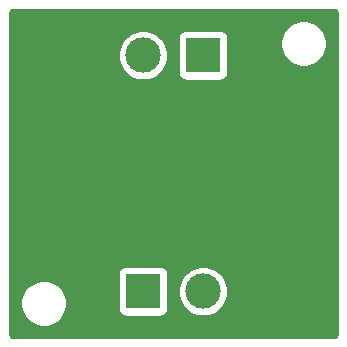
<source format=gbr>
G04 #@! TF.GenerationSoftware,KiCad,Pcbnew,5.1.4-e60b266~84~ubuntu18.04.1*
G04 #@! TF.CreationDate,2019-08-12T18:19:12+05:30*
G04 #@! TF.ProjectId,XHP70.2_breakout,58485037-302e-4325-9f62-7265616b6f75,rev?*
G04 #@! TF.SameCoordinates,Original*
G04 #@! TF.FileFunction,Copper,L2,Bot*
G04 #@! TF.FilePolarity,Positive*
%FSLAX46Y46*%
G04 Gerber Fmt 4.6, Leading zero omitted, Abs format (unit mm)*
G04 Created by KiCad (PCBNEW 5.1.4-e60b266~84~ubuntu18.04.1) date 2019-08-12 18:19:12*
%MOMM*%
%LPD*%
G04 APERTURE LIST*
%ADD10C,3.000000*%
%ADD11R,3.000000X3.000000*%
%ADD12C,0.800000*%
%ADD13C,0.700000*%
%ADD14C,0.254000*%
G04 APERTURE END LIST*
D10*
X97409000Y-90000000D03*
D11*
X102489000Y-90000000D03*
X97409000Y-109982000D03*
D10*
X102489000Y-109982000D03*
D12*
X101000000Y-96000000D03*
X100000000Y-96000000D03*
X99000000Y-96000000D03*
X100000000Y-103000000D03*
X100000000Y-97000000D03*
X99000000Y-103000000D03*
X101000000Y-103000000D03*
X101000000Y-97000000D03*
X99000000Y-97000000D03*
X99000000Y-95000000D03*
X100000000Y-95000000D03*
X101000000Y-95000000D03*
X101000000Y-94000000D03*
X100000000Y-94000000D03*
X99000000Y-94000000D03*
X99000000Y-93000000D03*
X100000000Y-93000000D03*
X101000000Y-93000000D03*
X101000000Y-104000000D03*
X100000000Y-104000000D03*
X99000000Y-104000000D03*
X99000000Y-105000000D03*
X100000000Y-105000000D03*
X101000000Y-105000000D03*
X101000000Y-106000000D03*
X100000000Y-106000000D03*
X99000000Y-106000000D03*
X99000000Y-107000000D03*
X100000000Y-107000000D03*
X101000000Y-107000000D03*
X100000000Y-100000000D03*
D13*
X99000000Y-95000000D02*
X100000000Y-95000000D01*
X100000000Y-95000000D02*
X101000000Y-95000000D01*
X101000000Y-94000000D02*
X100000000Y-94000000D01*
X99000000Y-93000000D02*
X100000000Y-93000000D01*
X101000000Y-104000000D02*
X100000000Y-104000000D01*
X99000000Y-104000000D02*
X99000000Y-105000000D01*
X100000000Y-105000000D02*
X101000000Y-105000000D01*
X101000000Y-106000000D02*
X100000000Y-106000000D01*
X99000000Y-107000000D02*
X100000000Y-107000000D01*
X100000000Y-107000000D02*
X101000000Y-107000000D01*
D14*
G36*
X113596257Y-86140769D02*
G01*
X113685955Y-86177923D01*
X113762976Y-86237024D01*
X113822077Y-86314045D01*
X113859231Y-86403743D01*
X113873000Y-86508328D01*
X113873000Y-113491672D01*
X113859231Y-113596257D01*
X113822077Y-113685955D01*
X113762976Y-113762976D01*
X113685955Y-113822077D01*
X113596257Y-113859231D01*
X113491672Y-113873000D01*
X86508328Y-113873000D01*
X86403743Y-113859231D01*
X86314045Y-113822077D01*
X86237024Y-113762976D01*
X86177923Y-113685955D01*
X86140769Y-113596257D01*
X86127000Y-113491672D01*
X86127000Y-110804495D01*
X87015000Y-110804495D01*
X87015000Y-111195505D01*
X87091282Y-111579003D01*
X87240915Y-111940250D01*
X87458149Y-112265364D01*
X87734636Y-112541851D01*
X88059750Y-112759085D01*
X88420997Y-112908718D01*
X88804495Y-112985000D01*
X89195505Y-112985000D01*
X89579003Y-112908718D01*
X89940250Y-112759085D01*
X90265364Y-112541851D01*
X90541851Y-112265364D01*
X90759085Y-111940250D01*
X90908718Y-111579003D01*
X90985000Y-111195505D01*
X90985000Y-110804495D01*
X90908718Y-110420997D01*
X90759085Y-110059750D01*
X90541851Y-109734636D01*
X90265364Y-109458149D01*
X89940250Y-109240915D01*
X89579003Y-109091282D01*
X89195505Y-109015000D01*
X88804495Y-109015000D01*
X88420997Y-109091282D01*
X88059750Y-109240915D01*
X87734636Y-109458149D01*
X87458149Y-109734636D01*
X87240915Y-110059750D01*
X87091282Y-110420997D01*
X87015000Y-110804495D01*
X86127000Y-110804495D01*
X86127000Y-108482000D01*
X95270928Y-108482000D01*
X95270928Y-111482000D01*
X95283188Y-111606482D01*
X95319498Y-111726180D01*
X95378463Y-111836494D01*
X95457815Y-111933185D01*
X95554506Y-112012537D01*
X95664820Y-112071502D01*
X95784518Y-112107812D01*
X95909000Y-112120072D01*
X98909000Y-112120072D01*
X99033482Y-112107812D01*
X99153180Y-112071502D01*
X99263494Y-112012537D01*
X99360185Y-111933185D01*
X99439537Y-111836494D01*
X99498502Y-111726180D01*
X99534812Y-111606482D01*
X99547072Y-111482000D01*
X99547072Y-109771721D01*
X100354000Y-109771721D01*
X100354000Y-110192279D01*
X100436047Y-110604756D01*
X100596988Y-110993302D01*
X100830637Y-111342983D01*
X101128017Y-111640363D01*
X101477698Y-111874012D01*
X101866244Y-112034953D01*
X102278721Y-112117000D01*
X102699279Y-112117000D01*
X103111756Y-112034953D01*
X103500302Y-111874012D01*
X103849983Y-111640363D01*
X104147363Y-111342983D01*
X104381012Y-110993302D01*
X104541953Y-110604756D01*
X104624000Y-110192279D01*
X104624000Y-109771721D01*
X104541953Y-109359244D01*
X104381012Y-108970698D01*
X104147363Y-108621017D01*
X103849983Y-108323637D01*
X103500302Y-108089988D01*
X103111756Y-107929047D01*
X102699279Y-107847000D01*
X102278721Y-107847000D01*
X101866244Y-107929047D01*
X101477698Y-108089988D01*
X101128017Y-108323637D01*
X100830637Y-108621017D01*
X100596988Y-108970698D01*
X100436047Y-109359244D01*
X100354000Y-109771721D01*
X99547072Y-109771721D01*
X99547072Y-108482000D01*
X99534812Y-108357518D01*
X99498502Y-108237820D01*
X99439537Y-108127506D01*
X99360185Y-108030815D01*
X99263494Y-107951463D01*
X99153180Y-107892498D01*
X99033482Y-107856188D01*
X98909000Y-107843928D01*
X95909000Y-107843928D01*
X95784518Y-107856188D01*
X95664820Y-107892498D01*
X95554506Y-107951463D01*
X95457815Y-108030815D01*
X95378463Y-108127506D01*
X95319498Y-108237820D01*
X95283188Y-108357518D01*
X95270928Y-108482000D01*
X86127000Y-108482000D01*
X86127000Y-89789721D01*
X95274000Y-89789721D01*
X95274000Y-90210279D01*
X95356047Y-90622756D01*
X95516988Y-91011302D01*
X95750637Y-91360983D01*
X96048017Y-91658363D01*
X96397698Y-91892012D01*
X96786244Y-92052953D01*
X97198721Y-92135000D01*
X97619279Y-92135000D01*
X98031756Y-92052953D01*
X98420302Y-91892012D01*
X98769983Y-91658363D01*
X99067363Y-91360983D01*
X99301012Y-91011302D01*
X99461953Y-90622756D01*
X99544000Y-90210279D01*
X99544000Y-89789721D01*
X99461953Y-89377244D01*
X99301012Y-88988698D01*
X99067363Y-88639017D01*
X98928346Y-88500000D01*
X100350928Y-88500000D01*
X100350928Y-91500000D01*
X100363188Y-91624482D01*
X100399498Y-91744180D01*
X100458463Y-91854494D01*
X100537815Y-91951185D01*
X100634506Y-92030537D01*
X100744820Y-92089502D01*
X100864518Y-92125812D01*
X100989000Y-92138072D01*
X103989000Y-92138072D01*
X104113482Y-92125812D01*
X104233180Y-92089502D01*
X104343494Y-92030537D01*
X104440185Y-91951185D01*
X104519537Y-91854494D01*
X104578502Y-91744180D01*
X104614812Y-91624482D01*
X104627072Y-91500000D01*
X104627072Y-88804495D01*
X109015000Y-88804495D01*
X109015000Y-89195505D01*
X109091282Y-89579003D01*
X109240915Y-89940250D01*
X109458149Y-90265364D01*
X109734636Y-90541851D01*
X110059750Y-90759085D01*
X110420997Y-90908718D01*
X110804495Y-90985000D01*
X111195505Y-90985000D01*
X111579003Y-90908718D01*
X111940250Y-90759085D01*
X112265364Y-90541851D01*
X112541851Y-90265364D01*
X112759085Y-89940250D01*
X112908718Y-89579003D01*
X112985000Y-89195505D01*
X112985000Y-88804495D01*
X112908718Y-88420997D01*
X112759085Y-88059750D01*
X112541851Y-87734636D01*
X112265364Y-87458149D01*
X111940250Y-87240915D01*
X111579003Y-87091282D01*
X111195505Y-87015000D01*
X110804495Y-87015000D01*
X110420997Y-87091282D01*
X110059750Y-87240915D01*
X109734636Y-87458149D01*
X109458149Y-87734636D01*
X109240915Y-88059750D01*
X109091282Y-88420997D01*
X109015000Y-88804495D01*
X104627072Y-88804495D01*
X104627072Y-88500000D01*
X104614812Y-88375518D01*
X104578502Y-88255820D01*
X104519537Y-88145506D01*
X104440185Y-88048815D01*
X104343494Y-87969463D01*
X104233180Y-87910498D01*
X104113482Y-87874188D01*
X103989000Y-87861928D01*
X100989000Y-87861928D01*
X100864518Y-87874188D01*
X100744820Y-87910498D01*
X100634506Y-87969463D01*
X100537815Y-88048815D01*
X100458463Y-88145506D01*
X100399498Y-88255820D01*
X100363188Y-88375518D01*
X100350928Y-88500000D01*
X98928346Y-88500000D01*
X98769983Y-88341637D01*
X98420302Y-88107988D01*
X98031756Y-87947047D01*
X97619279Y-87865000D01*
X97198721Y-87865000D01*
X96786244Y-87947047D01*
X96397698Y-88107988D01*
X96048017Y-88341637D01*
X95750637Y-88639017D01*
X95516988Y-88988698D01*
X95356047Y-89377244D01*
X95274000Y-89789721D01*
X86127000Y-89789721D01*
X86127000Y-86508328D01*
X86140769Y-86403743D01*
X86177923Y-86314045D01*
X86237024Y-86237024D01*
X86314045Y-86177923D01*
X86403743Y-86140769D01*
X86508328Y-86127000D01*
X113491672Y-86127000D01*
X113596257Y-86140769D01*
X113596257Y-86140769D01*
G37*
X113596257Y-86140769D02*
X113685955Y-86177923D01*
X113762976Y-86237024D01*
X113822077Y-86314045D01*
X113859231Y-86403743D01*
X113873000Y-86508328D01*
X113873000Y-113491672D01*
X113859231Y-113596257D01*
X113822077Y-113685955D01*
X113762976Y-113762976D01*
X113685955Y-113822077D01*
X113596257Y-113859231D01*
X113491672Y-113873000D01*
X86508328Y-113873000D01*
X86403743Y-113859231D01*
X86314045Y-113822077D01*
X86237024Y-113762976D01*
X86177923Y-113685955D01*
X86140769Y-113596257D01*
X86127000Y-113491672D01*
X86127000Y-110804495D01*
X87015000Y-110804495D01*
X87015000Y-111195505D01*
X87091282Y-111579003D01*
X87240915Y-111940250D01*
X87458149Y-112265364D01*
X87734636Y-112541851D01*
X88059750Y-112759085D01*
X88420997Y-112908718D01*
X88804495Y-112985000D01*
X89195505Y-112985000D01*
X89579003Y-112908718D01*
X89940250Y-112759085D01*
X90265364Y-112541851D01*
X90541851Y-112265364D01*
X90759085Y-111940250D01*
X90908718Y-111579003D01*
X90985000Y-111195505D01*
X90985000Y-110804495D01*
X90908718Y-110420997D01*
X90759085Y-110059750D01*
X90541851Y-109734636D01*
X90265364Y-109458149D01*
X89940250Y-109240915D01*
X89579003Y-109091282D01*
X89195505Y-109015000D01*
X88804495Y-109015000D01*
X88420997Y-109091282D01*
X88059750Y-109240915D01*
X87734636Y-109458149D01*
X87458149Y-109734636D01*
X87240915Y-110059750D01*
X87091282Y-110420997D01*
X87015000Y-110804495D01*
X86127000Y-110804495D01*
X86127000Y-108482000D01*
X95270928Y-108482000D01*
X95270928Y-111482000D01*
X95283188Y-111606482D01*
X95319498Y-111726180D01*
X95378463Y-111836494D01*
X95457815Y-111933185D01*
X95554506Y-112012537D01*
X95664820Y-112071502D01*
X95784518Y-112107812D01*
X95909000Y-112120072D01*
X98909000Y-112120072D01*
X99033482Y-112107812D01*
X99153180Y-112071502D01*
X99263494Y-112012537D01*
X99360185Y-111933185D01*
X99439537Y-111836494D01*
X99498502Y-111726180D01*
X99534812Y-111606482D01*
X99547072Y-111482000D01*
X99547072Y-109771721D01*
X100354000Y-109771721D01*
X100354000Y-110192279D01*
X100436047Y-110604756D01*
X100596988Y-110993302D01*
X100830637Y-111342983D01*
X101128017Y-111640363D01*
X101477698Y-111874012D01*
X101866244Y-112034953D01*
X102278721Y-112117000D01*
X102699279Y-112117000D01*
X103111756Y-112034953D01*
X103500302Y-111874012D01*
X103849983Y-111640363D01*
X104147363Y-111342983D01*
X104381012Y-110993302D01*
X104541953Y-110604756D01*
X104624000Y-110192279D01*
X104624000Y-109771721D01*
X104541953Y-109359244D01*
X104381012Y-108970698D01*
X104147363Y-108621017D01*
X103849983Y-108323637D01*
X103500302Y-108089988D01*
X103111756Y-107929047D01*
X102699279Y-107847000D01*
X102278721Y-107847000D01*
X101866244Y-107929047D01*
X101477698Y-108089988D01*
X101128017Y-108323637D01*
X100830637Y-108621017D01*
X100596988Y-108970698D01*
X100436047Y-109359244D01*
X100354000Y-109771721D01*
X99547072Y-109771721D01*
X99547072Y-108482000D01*
X99534812Y-108357518D01*
X99498502Y-108237820D01*
X99439537Y-108127506D01*
X99360185Y-108030815D01*
X99263494Y-107951463D01*
X99153180Y-107892498D01*
X99033482Y-107856188D01*
X98909000Y-107843928D01*
X95909000Y-107843928D01*
X95784518Y-107856188D01*
X95664820Y-107892498D01*
X95554506Y-107951463D01*
X95457815Y-108030815D01*
X95378463Y-108127506D01*
X95319498Y-108237820D01*
X95283188Y-108357518D01*
X95270928Y-108482000D01*
X86127000Y-108482000D01*
X86127000Y-89789721D01*
X95274000Y-89789721D01*
X95274000Y-90210279D01*
X95356047Y-90622756D01*
X95516988Y-91011302D01*
X95750637Y-91360983D01*
X96048017Y-91658363D01*
X96397698Y-91892012D01*
X96786244Y-92052953D01*
X97198721Y-92135000D01*
X97619279Y-92135000D01*
X98031756Y-92052953D01*
X98420302Y-91892012D01*
X98769983Y-91658363D01*
X99067363Y-91360983D01*
X99301012Y-91011302D01*
X99461953Y-90622756D01*
X99544000Y-90210279D01*
X99544000Y-89789721D01*
X99461953Y-89377244D01*
X99301012Y-88988698D01*
X99067363Y-88639017D01*
X98928346Y-88500000D01*
X100350928Y-88500000D01*
X100350928Y-91500000D01*
X100363188Y-91624482D01*
X100399498Y-91744180D01*
X100458463Y-91854494D01*
X100537815Y-91951185D01*
X100634506Y-92030537D01*
X100744820Y-92089502D01*
X100864518Y-92125812D01*
X100989000Y-92138072D01*
X103989000Y-92138072D01*
X104113482Y-92125812D01*
X104233180Y-92089502D01*
X104343494Y-92030537D01*
X104440185Y-91951185D01*
X104519537Y-91854494D01*
X104578502Y-91744180D01*
X104614812Y-91624482D01*
X104627072Y-91500000D01*
X104627072Y-88804495D01*
X109015000Y-88804495D01*
X109015000Y-89195505D01*
X109091282Y-89579003D01*
X109240915Y-89940250D01*
X109458149Y-90265364D01*
X109734636Y-90541851D01*
X110059750Y-90759085D01*
X110420997Y-90908718D01*
X110804495Y-90985000D01*
X111195505Y-90985000D01*
X111579003Y-90908718D01*
X111940250Y-90759085D01*
X112265364Y-90541851D01*
X112541851Y-90265364D01*
X112759085Y-89940250D01*
X112908718Y-89579003D01*
X112985000Y-89195505D01*
X112985000Y-88804495D01*
X112908718Y-88420997D01*
X112759085Y-88059750D01*
X112541851Y-87734636D01*
X112265364Y-87458149D01*
X111940250Y-87240915D01*
X111579003Y-87091282D01*
X111195505Y-87015000D01*
X110804495Y-87015000D01*
X110420997Y-87091282D01*
X110059750Y-87240915D01*
X109734636Y-87458149D01*
X109458149Y-87734636D01*
X109240915Y-88059750D01*
X109091282Y-88420997D01*
X109015000Y-88804495D01*
X104627072Y-88804495D01*
X104627072Y-88500000D01*
X104614812Y-88375518D01*
X104578502Y-88255820D01*
X104519537Y-88145506D01*
X104440185Y-88048815D01*
X104343494Y-87969463D01*
X104233180Y-87910498D01*
X104113482Y-87874188D01*
X103989000Y-87861928D01*
X100989000Y-87861928D01*
X100864518Y-87874188D01*
X100744820Y-87910498D01*
X100634506Y-87969463D01*
X100537815Y-88048815D01*
X100458463Y-88145506D01*
X100399498Y-88255820D01*
X100363188Y-88375518D01*
X100350928Y-88500000D01*
X98928346Y-88500000D01*
X98769983Y-88341637D01*
X98420302Y-88107988D01*
X98031756Y-87947047D01*
X97619279Y-87865000D01*
X97198721Y-87865000D01*
X96786244Y-87947047D01*
X96397698Y-88107988D01*
X96048017Y-88341637D01*
X95750637Y-88639017D01*
X95516988Y-88988698D01*
X95356047Y-89377244D01*
X95274000Y-89789721D01*
X86127000Y-89789721D01*
X86127000Y-86508328D01*
X86140769Y-86403743D01*
X86177923Y-86314045D01*
X86237024Y-86237024D01*
X86314045Y-86177923D01*
X86403743Y-86140769D01*
X86508328Y-86127000D01*
X113491672Y-86127000D01*
X113596257Y-86140769D01*
M02*

</source>
